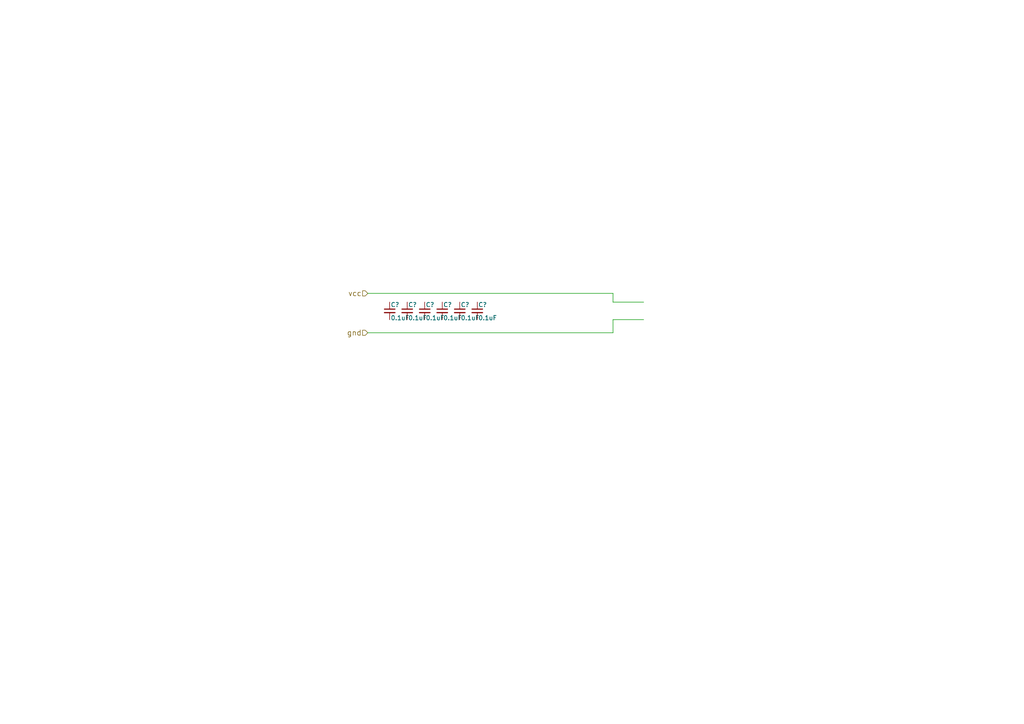
<source format=kicad_sch>
(kicad_sch (version 20230121) (generator eeschema)
  (paper "A4")
  (lib_symbols
    (symbol "CMOSworkshop-rescue:C_Small" (pin_numbers hide) (pin_names (offset 0.254) hide)
      (property "Reference" "C" (at 0.254 1.778 0))
      (property "Value" "C_Small" (at 0.254 -2.032 0))
      (symbol "C_Small_0_1"
        (polyline (pts (xy -1.524 -0.508) (xy 1.524 -0.508)) (stroke (width 0.3302)))
        (polyline (pts (xy -1.524 0.508) (xy 1.524 0.508)) (stroke (width 0.3048)))
      )
      (symbol "C_Small_1_1"
        (pin passive line (at 0 2.54 270) (length 2.032) (name "~") (number "1"))
        (pin passive line (at 0 -2.54 90) (length 2.032) (name "~") (number "2"))
      )
    )
  )
  (wire (pts (xy 106.68 85.09) (xy 177.8 85.09)))
  (wire (pts (xy 106.68 96.52) (xy 177.8 96.52)))
  (wire (pts (xy 177.8 92.71) (xy 186.69 92.71)))
  (wire (pts (xy 177.8 87.63) (xy 186.69 87.63)))
  (wire (pts (xy 177.8 96.52) (xy 177.8 92.71)))
  (wire (pts (xy 177.8 85.09) (xy 177.8 87.63)))
  (hierarchical_label "gnd" (shape input) (at 106.68 96.52 180) (effects (font (size 1.524 1.524))))
  (hierarchical_label "vcc" (shape input) (at 106.68 85.09 180) (effects (font (size 1.524 1.524))))
  (symbol (lib_id "CMOSworkshop-rescue:C_Small") (at 113.03 90.17 0) (unit 1)
    (property "Reference" "C?" (at 113.284 88.392 0) (effects (justify left)))
    (property "Value" "0.1uF" (at 113.284 92.202 0) (effects (justify left)))
  )
  (symbol (lib_id "CMOSworkshop-rescue:C_Small") (at 118.11 90.17 0) (unit 1)
    (property "Reference" "C?" (at 118.364 88.392 0) (effects (justify left)))
    (property "Value" "0.1uF" (at 118.364 92.202 0) (effects (justify left)))
  )
  (symbol (lib_id "CMOSworkshop-rescue:C_Small") (at 123.19 90.17 0) (unit 1)
    (property "Reference" "C?" (at 123.444 88.392 0) (effects (justify left)))
    (property "Value" "0.1uF" (at 123.444 92.202 0) (effects (justify left)))
  )
  (symbol (lib_id "CMOSworkshop-rescue:C_Small") (at 128.27 90.17 0) (unit 1)
    (property "Reference" "C?" (at 128.524 88.392 0) (effects (justify left)))
    (property "Value" "0.1uF" (at 128.524 92.202 0) (effects (justify left)))
  )
  (symbol (lib_id "CMOSworkshop-rescue:C_Small") (at 133.35 90.17 0) (unit 1)
    (property "Reference" "C?" (at 133.604 88.392 0) (effects (justify left)))
    (property "Value" "0.1uF" (at 133.604 92.202 0) (effects (justify left)))
  )
  (symbol (lib_id "CMOSworkshop-rescue:C_Small") (at 138.43 90.17 0) (unit 1)
    (property "Reference" "C?" (at 138.684 88.392 0) (effects (justify left)))
    (property "Value" "0.1uF" (at 138.684 92.202 0) (effects (justify left)))
  )
)
</source>
